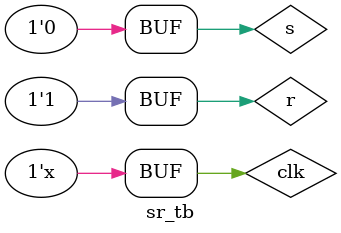
<source format=sv>
module sr(clk,s,r,q,qb);
  input clk,s,r;
  output q,qb;
  reg q,qb;
  always @(posedge clk)
    casez({s,r})
      {1'b0,1'b0}:begin q=q;qb=qb; end
      {1'b0,1'b1}:begin q=1'b0;qb=1'b1; end
      {1'b1,1'b0}:begin q=1'b1;qb=1'b0; end
      {1'b1,1'b1}:begin q=1'bZ;qb=1'bZ; end
    endcase
  
endmodule
  
// Code your testbench here
// or browse Examples
module sr_tb();
  reg clk,s,r;
  wire q,qb;
  sr dut(.*);
  initial clk =1'b0;
  always #5 clk=~clk;
  initial begin 
       s=1'b1;r=1'b0;
   #7  s=1'b1;r=1'b0;
   #9  s=1'b0;r=1'b1;
   #4  s=1'b0;r=1'b1;
   #2  s=1'b1;r=1'b1;
   #10 s=1'b1;r=1'b1;
   #3  s=1'b0;r=1'b1;
   #7  s=1'b0;r=1'b0;
   #9  s=1'b1;r=1'b0;
   #4  s=1'b1;r=1'b1;
   #10 s=1'b0;r=1'b1;
  end
  initial begin
    $dumpfile("dump.vcd");
    $dumpvars;
  end
endmodule

</source>
